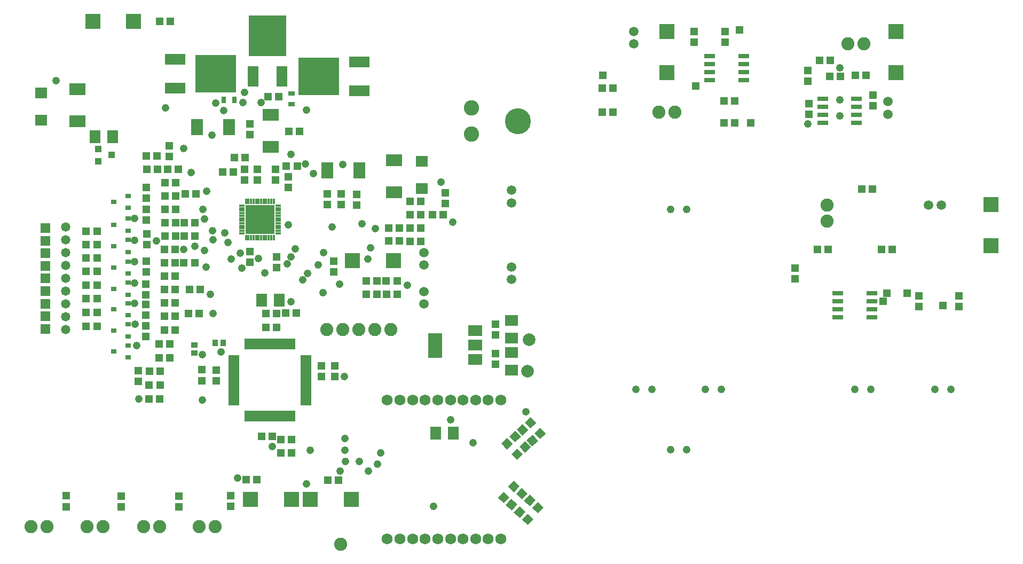
<source format=gts>
G75*
G70*
%OFA0B0*%
%FSLAX24Y24*%
%IPPOS*%
%LPD*%
%AMOC8*
5,1,8,0,0,1.08239X$1,22.5*
%
%ADD10C,0.0477*%
%ADD11C,0.0595*%
%ADD12R,0.0966X0.0966*%
%ADD13R,0.0513X0.0513*%
%ADD14R,0.0671X0.0297*%
%ADD15C,0.0820*%
%ADD16R,0.0690X0.0316*%
%ADD17R,0.0336X0.0159*%
%ADD18R,0.0159X0.0336*%
%ADD19R,0.1812X0.1812*%
%ADD20R,0.0336X0.0316*%
%ADD21R,0.0710X0.0789*%
%ADD22R,0.1261X0.0710*%
%ADD23R,0.2550X0.2360*%
%ADD24R,0.0710X0.1261*%
%ADD25R,0.2360X0.2550*%
%ADD26R,0.0595X0.0595*%
%ADD27C,0.0954*%
%ADD28C,0.1619*%
%ADD29R,0.0671X0.0198*%
%ADD30R,0.0198X0.0671*%
%ADD31R,0.0513X0.0474*%
%ADD32R,0.0434X0.0356*%
%ADD33R,0.0356X0.0434*%
%ADD34R,0.0870X0.0670*%
%ADD35R,0.0870X0.1580*%
%ADD36R,0.0789X0.0710*%
%ADD37R,0.0474X0.0513*%
%ADD38C,0.0680*%
%ADD39R,0.0513X0.0513*%
%ADD40R,0.0986X0.0769*%
%ADD41R,0.0769X0.0986*%
%ADD42C,0.0580*%
%ADD43R,0.0722X0.0678*%
%ADD44R,0.0434X0.0395*%
%ADD45R,0.0395X0.0316*%
%ADD46R,0.0316X0.0395*%
%ADD47R,0.0476X0.0476*%
%ADD48C,0.0480*%
%ADD49C,0.0789*%
%ADD50C,0.0476*%
D10*
X039936Y011351D03*
X040936Y011351D03*
X044266Y011351D03*
X045266Y011351D03*
X043101Y007601D03*
X042101Y007601D03*
X053601Y011351D03*
X054601Y011351D03*
X058601Y011351D03*
X059601Y011351D03*
X043101Y022601D03*
X042101Y022601D03*
D11*
X032161Y022997D03*
X032161Y023784D03*
X026691Y019894D03*
X026691Y019107D03*
X026691Y017464D03*
X026691Y016677D03*
X032151Y018207D03*
X032151Y018994D03*
X055669Y028521D03*
X055669Y029309D03*
X058207Y022851D03*
X058994Y022851D03*
X039801Y032907D03*
X039801Y033694D03*
D12*
X041851Y033680D03*
X041851Y031121D03*
X056169Y031135D03*
X056169Y033694D03*
X062101Y022880D03*
X062101Y020321D03*
X024795Y019371D03*
X022236Y019371D03*
X022160Y004491D03*
X019601Y004491D03*
X018420Y004491D03*
X015861Y004491D03*
X008575Y034331D03*
X006016Y034331D03*
D13*
X010206Y034326D03*
X010875Y034326D03*
X016966Y029636D03*
X017635Y029636D03*
X015821Y027915D03*
X015821Y027246D03*
X015520Y025821D03*
X014851Y025821D03*
X015481Y025100D03*
X014800Y024911D03*
X014131Y024911D03*
X015481Y024431D03*
X016286Y024431D03*
X016286Y025100D03*
X017416Y025100D03*
X018111Y025276D03*
X018780Y025276D03*
X018236Y024615D03*
X018236Y023946D03*
X017416Y024431D03*
X020666Y023545D03*
X021531Y023550D03*
X021531Y022881D03*
X020666Y022876D03*
X022501Y022856D03*
X022501Y023525D03*
X024491Y021416D03*
X025160Y021416D03*
X025831Y021416D03*
X026500Y021416D03*
X026500Y022261D03*
X025831Y022261D03*
X025816Y023096D03*
X026485Y023096D03*
X027216Y022256D03*
X027885Y022256D03*
X028016Y022951D03*
X028016Y023620D03*
X026510Y020576D03*
X025841Y020576D03*
X025170Y020606D03*
X024501Y020606D03*
X024346Y018111D03*
X023765Y018116D03*
X025015Y018111D03*
X025030Y017271D03*
X024361Y017271D03*
X023770Y017276D03*
X023101Y017276D03*
X023096Y018116D03*
X021071Y018686D03*
X021071Y019355D03*
X017496Y019610D03*
X017496Y018941D03*
X015836Y019296D03*
X015836Y019965D03*
X012380Y019266D03*
X011711Y019266D03*
X011175Y019261D03*
X010506Y019261D03*
X010506Y020096D03*
X011175Y020096D03*
X011185Y020926D03*
X011731Y020926D03*
X012400Y020926D03*
X012400Y021751D03*
X011731Y021751D03*
X011185Y021751D03*
X010516Y021751D03*
X010521Y022576D03*
X011190Y022576D03*
X011200Y023416D03*
X011801Y023561D03*
X012470Y023561D03*
X011200Y024241D03*
X010531Y024241D03*
X010531Y023416D03*
X009366Y023276D03*
X009366Y023945D03*
X009396Y025096D03*
X010065Y025096D03*
X010696Y025101D03*
X011365Y025101D03*
X010801Y025881D03*
X010045Y025936D03*
X009376Y025936D03*
X010801Y026550D03*
X009376Y022585D03*
X009376Y021916D03*
X009386Y021065D03*
X009386Y020396D03*
X010516Y020926D03*
X009371Y019350D03*
X009371Y018681D03*
X009341Y017920D03*
X009341Y017251D03*
X009341Y016660D03*
X009341Y015991D03*
X009341Y015310D03*
X009341Y014641D03*
X010161Y014201D03*
X010830Y014201D03*
X011155Y015056D03*
X010486Y015056D03*
X010486Y015911D03*
X011155Y015911D03*
X011986Y016086D03*
X012655Y016086D03*
X011160Y016761D03*
X010491Y016761D03*
X010501Y017596D03*
X011170Y017596D03*
X012076Y017596D03*
X012745Y017596D03*
X011175Y018426D03*
X010506Y018426D03*
X006280Y018711D03*
X005611Y018711D03*
X005611Y019546D03*
X006280Y019546D03*
X006280Y020376D03*
X005611Y020376D03*
X005611Y021206D03*
X006280Y021206D03*
X006280Y017856D03*
X005611Y017856D03*
X005611Y017011D03*
X006280Y017011D03*
X006280Y016151D03*
X005611Y016151D03*
X005611Y015296D03*
X006280Y015296D03*
X010161Y013326D03*
X010830Y013326D03*
X010220Y012471D03*
X009551Y012471D03*
X008856Y012530D03*
X008856Y011861D03*
X009546Y011621D03*
X010215Y011621D03*
X010210Y010751D03*
X009541Y010751D03*
X012821Y011901D03*
X012821Y012570D03*
X013716Y012565D03*
X013716Y011896D03*
X016831Y015236D03*
X017500Y015236D03*
X017495Y016076D03*
X018056Y016126D03*
X018725Y016126D03*
X016826Y016076D03*
X020306Y012815D03*
X021131Y012815D03*
X021131Y012146D03*
X020306Y012146D03*
X018440Y008236D03*
X017771Y008236D03*
X017771Y007401D03*
X018440Y007401D03*
X016255Y005716D03*
X015586Y005716D03*
X014641Y004720D03*
X014641Y004051D03*
X011401Y004016D03*
X011401Y004685D03*
X007801Y004685D03*
X007801Y004016D03*
X004356Y004036D03*
X004356Y004705D03*
X020696Y005676D03*
X021365Y005676D03*
X049851Y018266D03*
X049851Y018935D03*
X051266Y020101D03*
X051935Y020101D03*
X055266Y020101D03*
X055935Y020101D03*
X057601Y017185D03*
X057601Y016516D03*
X060101Y016516D03*
X060101Y017185D03*
X054685Y023851D03*
X054016Y023851D03*
X050725Y028521D03*
X050725Y029190D03*
X050669Y030580D03*
X050669Y031250D03*
X051397Y031884D03*
X052066Y031884D03*
X052019Y030893D03*
X052688Y030893D03*
X053620Y030947D03*
X054289Y030947D03*
X054745Y029728D03*
X054745Y029059D03*
X046085Y029351D03*
X045416Y029351D03*
X045416Y028001D03*
X046085Y028001D03*
X038485Y028651D03*
X037816Y028651D03*
X037816Y030151D03*
X038485Y030151D03*
X043551Y033016D03*
X043551Y033685D03*
X045501Y033685D03*
X045501Y033016D03*
X018920Y027456D03*
X018251Y027456D03*
D14*
X044538Y030651D03*
X044538Y031151D03*
X044538Y031651D03*
X044538Y032151D03*
X046664Y032151D03*
X046664Y031651D03*
X046664Y031151D03*
X046664Y030651D03*
D15*
X002161Y002796D03*
X003161Y002796D03*
X005661Y002781D03*
X006661Y002781D03*
X009181Y002776D03*
X010181Y002776D03*
X012661Y002781D03*
X013661Y002781D03*
X021486Y001701D03*
X021626Y015086D03*
X020626Y015086D03*
X022626Y015086D03*
X023626Y015086D03*
X024626Y015086D03*
X041351Y028651D03*
X042351Y028651D03*
X051851Y022851D03*
X051851Y021851D03*
X053169Y032915D03*
X054169Y032915D03*
D16*
X053710Y029483D03*
X053710Y028983D03*
X053710Y028483D03*
X053710Y027983D03*
X051584Y027983D03*
X051584Y028483D03*
X051584Y028983D03*
X051584Y029483D03*
X052538Y017351D03*
X052538Y016851D03*
X052538Y016351D03*
X052538Y015851D03*
X054664Y015851D03*
X054664Y016351D03*
X054664Y016851D03*
X054664Y017351D03*
D17*
X017583Y021090D03*
X017583Y021247D03*
X017583Y021405D03*
X017583Y021562D03*
X017583Y021720D03*
X017583Y021877D03*
X017583Y022035D03*
X017583Y022192D03*
X017583Y022349D03*
X017583Y022507D03*
X017583Y022664D03*
X017583Y022822D03*
X015319Y022822D03*
X015319Y022664D03*
X015319Y022507D03*
X015319Y022349D03*
X015319Y022192D03*
X015319Y022035D03*
X015319Y021877D03*
X015319Y021720D03*
X015319Y021562D03*
X015319Y021405D03*
X015319Y021247D03*
X015319Y021090D03*
D18*
X015585Y020824D03*
X015742Y020824D03*
X015900Y020824D03*
X016057Y020824D03*
X016215Y020824D03*
X016372Y020824D03*
X016530Y020824D03*
X016687Y020824D03*
X016844Y020824D03*
X017002Y020824D03*
X017159Y020824D03*
X017317Y020824D03*
X017317Y023088D03*
X017159Y023088D03*
X017002Y023088D03*
X016844Y023088D03*
X016687Y023088D03*
X016530Y023088D03*
X016372Y023088D03*
X016215Y023088D03*
X016057Y023088D03*
X015900Y023088D03*
X015742Y023088D03*
X015585Y023088D03*
D19*
X016451Y021956D03*
D20*
X008229Y022005D03*
X007343Y021631D03*
X008229Y021257D03*
X008229Y020675D03*
X007343Y020301D03*
X008229Y019927D03*
X008229Y019330D03*
X007343Y018956D03*
X008229Y018582D03*
X008229Y018005D03*
X007343Y017631D03*
X008229Y017257D03*
X008229Y016720D03*
X007343Y016346D03*
X008229Y015972D03*
X008229Y015410D03*
X007343Y015036D03*
X008229Y014662D03*
X008229Y014095D03*
X007343Y013721D03*
X008229Y013347D03*
X008229Y022682D03*
X007343Y023056D03*
X008229Y023430D03*
D21*
X007262Y027126D03*
X006160Y027126D03*
X016550Y016921D03*
X017652Y016921D03*
X027425Y008631D03*
X028527Y008631D03*
D22*
X022656Y029991D03*
X022656Y031791D03*
X011156Y031956D03*
X011156Y030156D03*
D23*
X013691Y031056D03*
X020121Y030891D03*
D24*
X017821Y030896D03*
X016021Y030896D03*
D25*
X016921Y033431D03*
D26*
X003076Y021420D03*
X003076Y020633D03*
X003076Y019846D03*
X003076Y019058D03*
X003076Y018271D03*
X003076Y017483D03*
X003076Y016696D03*
X003076Y015909D03*
X003076Y015121D03*
D27*
X029663Y027286D03*
X029663Y028916D03*
D28*
X032552Y028101D03*
D29*
X019320Y013402D03*
X019320Y013205D03*
X019320Y013008D03*
X019320Y012812D03*
X019320Y012615D03*
X019320Y012418D03*
X019320Y012221D03*
X019320Y012024D03*
X019320Y011827D03*
X019320Y011631D03*
X019320Y011434D03*
X019320Y011237D03*
X019320Y011040D03*
X019320Y010843D03*
X019320Y010646D03*
X019320Y010449D03*
X014832Y010449D03*
X014832Y010646D03*
X014832Y010843D03*
X014832Y011040D03*
X014832Y011237D03*
X014832Y011434D03*
X014832Y011631D03*
X014832Y011827D03*
X014832Y012024D03*
X014832Y012221D03*
X014832Y012418D03*
X014832Y012615D03*
X014832Y012812D03*
X014832Y013008D03*
X014832Y013205D03*
X014832Y013402D03*
D30*
X015599Y014170D03*
X015796Y014170D03*
X015993Y014170D03*
X016190Y014170D03*
X016387Y014170D03*
X016584Y014170D03*
X016781Y014170D03*
X016977Y014170D03*
X017174Y014170D03*
X017371Y014170D03*
X017568Y014170D03*
X017765Y014170D03*
X017962Y014170D03*
X018158Y014170D03*
X018355Y014170D03*
X018552Y014170D03*
X018552Y009682D03*
X018355Y009682D03*
X018158Y009682D03*
X017962Y009682D03*
X017765Y009682D03*
X017568Y009682D03*
X017371Y009682D03*
X017174Y009682D03*
X016977Y009682D03*
X016781Y009682D03*
X016584Y009682D03*
X016387Y009682D03*
X016190Y009682D03*
X015993Y009682D03*
X015796Y009682D03*
X015599Y009682D03*
D31*
X016561Y008406D03*
X017230Y008406D03*
D32*
X012356Y013615D03*
X012356Y014127D03*
D33*
X013660Y014251D03*
X014172Y014251D03*
D34*
X029891Y014111D03*
X029891Y013211D03*
X029891Y015011D03*
D35*
X027411Y014101D03*
D36*
X032151Y014550D03*
X032151Y013652D03*
X032151Y012550D03*
X032151Y015652D03*
D37*
X031151Y015435D03*
X031151Y014766D03*
X031151Y013585D03*
X031151Y012916D03*
D38*
X031500Y010696D03*
X030712Y010696D03*
X029925Y010696D03*
X029138Y010696D03*
X028350Y010696D03*
X027563Y010696D03*
X026775Y010696D03*
X025988Y010696D03*
X025201Y010696D03*
X024413Y010696D03*
X024413Y002035D03*
X025201Y002035D03*
X025988Y002035D03*
X026775Y002035D03*
X027563Y002035D03*
X028350Y002035D03*
X029138Y002035D03*
X029925Y002035D03*
X030712Y002035D03*
X031500Y002035D03*
D39*
G36*
X033151Y003598D02*
X033530Y003255D01*
X033187Y002876D01*
X032808Y003219D01*
X033151Y003598D01*
G37*
G36*
X032654Y004046D02*
X033033Y003703D01*
X032690Y003324D01*
X032311Y003667D01*
X032654Y004046D01*
G37*
G36*
X032182Y003791D02*
X031803Y004134D01*
X032146Y004513D01*
X032525Y004170D01*
X032182Y003791D01*
G37*
G36*
X031685Y004239D02*
X031306Y004582D01*
X031649Y004961D01*
X032028Y004618D01*
X031685Y004239D01*
G37*
G36*
X032832Y004486D02*
X032453Y004829D01*
X032796Y005208D01*
X033175Y004865D01*
X032832Y004486D01*
G37*
G36*
X033289Y004781D02*
X033668Y004438D01*
X033325Y004059D01*
X032946Y004402D01*
X033289Y004781D01*
G37*
G36*
X032335Y004934D02*
X031956Y005277D01*
X032299Y005656D01*
X032678Y005313D01*
X032335Y004934D01*
G37*
G36*
X033786Y004333D02*
X034165Y003990D01*
X033822Y003611D01*
X033443Y003954D01*
X033786Y004333D01*
G37*
G36*
X032873Y007289D02*
X032494Y006946D01*
X032151Y007325D01*
X032530Y007668D01*
X032873Y007289D01*
G37*
G36*
X033370Y007737D02*
X032991Y007394D01*
X032648Y007773D01*
X033027Y008116D01*
X033370Y007737D01*
G37*
G36*
X033101Y008170D02*
X033480Y008513D01*
X033823Y008134D01*
X033444Y007791D01*
X033101Y008170D01*
G37*
G36*
X032028Y008428D02*
X032407Y008771D01*
X032750Y008392D01*
X032371Y008049D01*
X032028Y008428D01*
G37*
G36*
X031531Y007980D02*
X031910Y008323D01*
X032253Y007944D01*
X031874Y007601D01*
X031531Y007980D01*
G37*
G36*
X033218Y008809D02*
X032839Y008466D01*
X032496Y008845D01*
X032875Y009188D01*
X033218Y008809D01*
G37*
G36*
X033715Y009257D02*
X033336Y008914D01*
X032993Y009293D01*
X033372Y009636D01*
X033715Y009257D01*
G37*
G36*
X033598Y008618D02*
X033977Y008961D01*
X034320Y008582D01*
X033941Y008239D01*
X033598Y008618D01*
G37*
D40*
X024841Y023656D03*
X024841Y025656D03*
X017121Y026471D03*
X017121Y028471D03*
X005061Y028101D03*
X005061Y030101D03*
D41*
X012526Y027706D03*
X014526Y027706D03*
X020651Y025026D03*
X022651Y025026D03*
D42*
X004341Y021481D03*
X004341Y020681D03*
X004341Y019881D03*
X004341Y019081D03*
X004341Y018281D03*
X004341Y017481D03*
X004341Y016681D03*
X004341Y015881D03*
X004341Y015081D03*
D43*
X026576Y023879D03*
X026576Y025572D03*
X002796Y028159D03*
X002796Y029852D03*
D44*
X006362Y026350D03*
X006362Y025602D03*
X007189Y025976D03*
D45*
X018436Y029151D03*
X018436Y029820D03*
D46*
X014865Y029436D03*
X014196Y029436D03*
D47*
X037851Y030951D03*
X043651Y030301D03*
X047101Y028001D03*
X046401Y033801D03*
X055601Y017351D03*
X055351Y016851D03*
X056851Y017351D03*
X059101Y016601D03*
D48*
X050669Y027915D03*
X052669Y028415D03*
X052669Y029415D03*
X052669Y031415D03*
D49*
X033251Y014451D03*
X033151Y012501D03*
X016451Y021951D03*
D50*
X018216Y021636D03*
X018666Y020136D03*
X018396Y019636D03*
X018156Y019171D03*
X019116Y018201D03*
X019441Y018571D03*
X020111Y019136D03*
X020421Y019886D03*
X020976Y021501D03*
X022836Y021671D03*
X023666Y021396D03*
X023351Y020196D03*
X023191Y019491D03*
X021436Y017916D03*
X020396Y017401D03*
X018396Y016806D03*
X016756Y018611D03*
X016371Y019521D03*
X015221Y019861D03*
X014656Y019491D03*
X015316Y018931D03*
X013106Y018996D03*
X013001Y020011D03*
X012406Y020296D03*
X011681Y020076D03*
X010001Y020621D03*
X008636Y020661D03*
X008636Y022011D03*
X008636Y019326D03*
X008636Y018001D03*
X008636Y016726D03*
X008671Y015416D03*
X008761Y014091D03*
X012861Y013531D03*
X014026Y013691D03*
X013541Y016096D03*
X013351Y017276D03*
X014461Y020531D03*
X013526Y020681D03*
X013501Y021256D03*
X014276Y021121D03*
X013006Y021981D03*
X012901Y022591D03*
X013141Y023726D03*
X012171Y024886D03*
X011711Y026391D03*
X013463Y027208D03*
X014191Y028746D03*
X013701Y029236D03*
X015401Y029251D03*
X015501Y029876D03*
X016516Y029241D03*
X019371Y028791D03*
X018396Y026031D03*
X019286Y025411D03*
X019806Y024806D03*
X021626Y025371D03*
X027766Y024301D03*
X028481Y021791D03*
X025671Y017851D03*
X021736Y012156D03*
X021771Y008276D03*
X021761Y007561D03*
X021811Y006841D03*
X021471Y006241D03*
X022656Y006841D03*
X023216Y006261D03*
X023791Y006671D03*
X024006Y007376D03*
X019591Y007546D03*
X017226Y007791D03*
X015076Y005811D03*
X019378Y005449D03*
X027296Y004061D03*
X029761Y008036D03*
X028351Y009446D03*
X033051Y009946D03*
X012861Y010676D03*
X008906Y010741D03*
X010561Y028911D03*
X003741Y030626D03*
M02*

</source>
